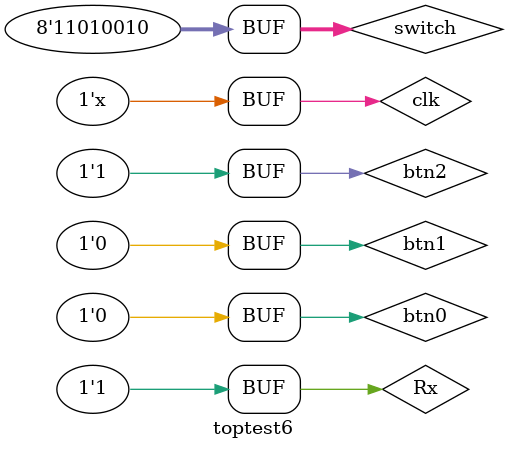
<source format=v>
`timescale 1ns / 1ps


module toptest6;

	// Inputs
	reg clk;
	reg btn0;
	reg btn1;
	reg btn2;
	reg Rx;
	reg [7:0] switch;

	// Outputs
	wire [7:0] led;
	wire slowclock;
	wire [1:0] parity;
	wire Tx;

	// Instantiate the Unit Under Test (UUT)
	top uut (
		.clk(clk), 
		.btn0(btn0), 
		.btn1(btn1), 
		.btn2(btn2), 
		.Rx(Rx), 
		.switch(switch), 
		.led(led), 
		.slowclock(slowclock), 
		.parity(parity), 
		.Tx(Tx)
	);
	always #10 clk=!clk;

	initial begin
		// Initialize Inputs
		clk = 0;
		btn0 = 0;
		btn1 = 0;
		btn2 = 0;
		Rx = 0;
		switch = 0;

		// Wait 100 ns for global reset to finish
		#100;
		btn1 = 1;
		btn2 = 0;
		Rx = 0;
		switch = 1234;
		#10;
		btn1 = 0;
		btn2 = 1;
		Rx = 1;
		switch = 1234;
		
        
		// Add stimulus here

	end
      
endmodule


</source>
